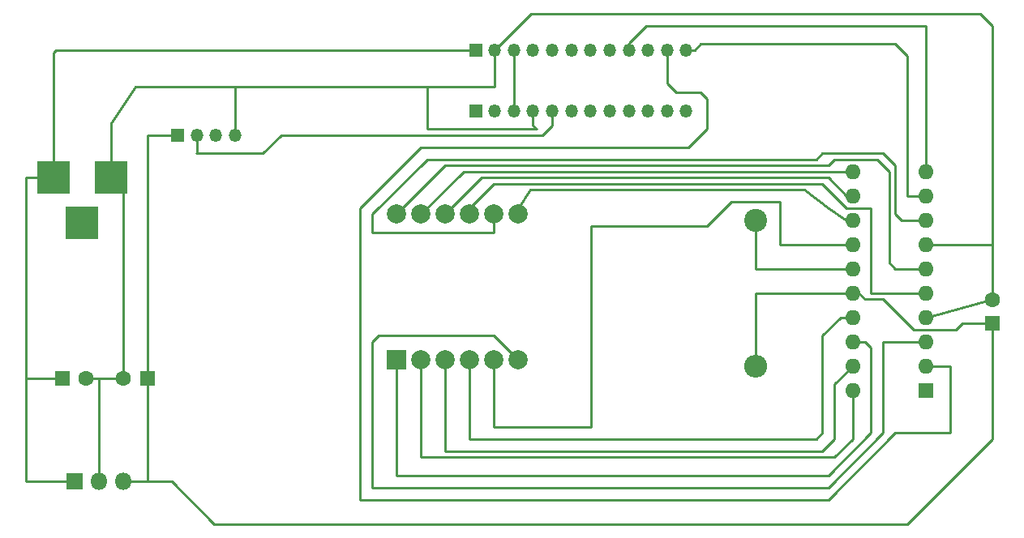
<source format=gbr>
G04 #@! TF.FileFunction,Copper,L1,Top,Signal*
%FSLAX46Y46*%
G04 Gerber Fmt 4.6, Leading zero omitted, Abs format (unit mm)*
G04 Created by KiCad (PCBNEW 4.0.7) date Fri Nov 23 17:56:45 2018*
%MOMM*%
%LPD*%
G01*
G04 APERTURE LIST*
%ADD10C,0.100000*%
%ADD11R,1.800000X1.800000*%
%ADD12O,1.800000X1.800000*%
%ADD13R,3.500000X3.500000*%
%ADD14R,2.032000X2.032000*%
%ADD15C,2.000000*%
%ADD16R,1.600000X1.600000*%
%ADD17C,1.600000*%
%ADD18C,2.400000*%
%ADD19O,2.400000X2.400000*%
%ADD20O,1.600000X1.600000*%
%ADD21R,1.350000X1.350000*%
%ADD22O,1.350000X1.350000*%
%ADD23C,0.250000*%
G04 APERTURE END LIST*
D10*
D11*
X127000000Y-120650000D03*
D12*
X129540000Y-120650000D03*
X132080000Y-120650000D03*
D13*
X130810000Y-88900000D03*
X124810000Y-88900000D03*
X127810000Y-93600000D03*
D14*
X160655000Y-107950000D03*
D15*
X163195000Y-107950000D03*
X165735000Y-107950000D03*
X168275000Y-107950000D03*
X170815000Y-107950000D03*
X173355000Y-107950000D03*
X168275000Y-92710000D03*
X170815000Y-92710000D03*
X160655000Y-92710000D03*
X163195000Y-92710000D03*
X173355000Y-92710000D03*
X165735000Y-92710000D03*
D16*
X125730000Y-109855000D03*
D17*
X128230000Y-109855000D03*
D16*
X222885000Y-104140000D03*
D17*
X222885000Y-101640000D03*
D16*
X134620000Y-109855000D03*
D17*
X132120000Y-109855000D03*
D18*
X198120000Y-93345000D03*
D19*
X198120000Y-108585000D03*
D16*
X215900000Y-111125000D03*
D20*
X208280000Y-88265000D03*
X215900000Y-108585000D03*
X208280000Y-90805000D03*
X215900000Y-106045000D03*
X208280000Y-93345000D03*
X215900000Y-103505000D03*
X208280000Y-95885000D03*
X215900000Y-100965000D03*
X208280000Y-98425000D03*
X215900000Y-98425000D03*
X208280000Y-100965000D03*
X215900000Y-95885000D03*
X208280000Y-103505000D03*
X215900000Y-93345000D03*
X208280000Y-106045000D03*
X215900000Y-90805000D03*
X208280000Y-108585000D03*
X215900000Y-88265000D03*
X208280000Y-111125000D03*
D21*
X168910000Y-81915000D03*
D22*
X170910000Y-81915000D03*
X172910000Y-81915000D03*
X174910000Y-81915000D03*
X176910000Y-81915000D03*
X178910000Y-81915000D03*
X180910000Y-81915000D03*
X182910000Y-81915000D03*
X184910000Y-81915000D03*
X186910000Y-81915000D03*
X188910000Y-81915000D03*
X190910000Y-81915000D03*
D21*
X168910000Y-75565000D03*
D22*
X170910000Y-75565000D03*
X172910000Y-75565000D03*
X174910000Y-75565000D03*
X176910000Y-75565000D03*
X178910000Y-75565000D03*
X180910000Y-75565000D03*
X182910000Y-75565000D03*
X184910000Y-75565000D03*
X186910000Y-75565000D03*
X188910000Y-75565000D03*
X190910000Y-75565000D03*
D21*
X137795000Y-84455000D03*
D22*
X139795000Y-84455000D03*
X141795000Y-84455000D03*
X143795000Y-84455000D03*
D23*
X121920000Y-109855000D02*
X121920000Y-88900000D01*
X121920000Y-88900000D02*
X124810000Y-88900000D01*
X127000000Y-120650000D02*
X121920000Y-120650000D01*
X121920000Y-109855000D02*
X125730000Y-109855000D01*
X121920000Y-120650000D02*
X121920000Y-109855000D01*
X124810000Y-88900000D02*
X124810000Y-75850000D01*
X125095000Y-75565000D02*
X168910000Y-75565000D01*
X124810000Y-75850000D02*
X125095000Y-75565000D01*
X163830000Y-79375000D02*
X163830000Y-83820000D01*
X174910000Y-83470000D02*
X174910000Y-81915000D01*
X175260000Y-83820000D02*
X174910000Y-83470000D01*
X163830000Y-83820000D02*
X175260000Y-83820000D01*
X222885000Y-95885000D02*
X222885000Y-73025000D01*
X174720000Y-71755000D02*
X170910000Y-75565000D01*
X221615000Y-71755000D02*
X174720000Y-71755000D01*
X222885000Y-73025000D02*
X221615000Y-71755000D01*
X170910000Y-75565000D02*
X170910000Y-79375000D01*
X170910000Y-79375000D02*
X170815000Y-79375000D01*
X222885000Y-101640000D02*
X222885000Y-95885000D01*
X222885000Y-95885000D02*
X215900000Y-95885000D01*
X215900000Y-103505000D02*
X222925000Y-101600000D01*
X222925000Y-101600000D02*
X222885000Y-101640000D01*
X174625000Y-81630000D02*
X174910000Y-81915000D01*
X143795000Y-84455000D02*
X143795000Y-79375000D01*
X143795000Y-79375000D02*
X144145000Y-79375000D01*
X130810000Y-83185000D02*
X133350000Y-79375000D01*
X158115000Y-79375000D02*
X161575000Y-79375000D01*
X144145000Y-79375000D02*
X158115000Y-79375000D01*
X161575000Y-79375000D02*
X163830000Y-79375000D01*
X163830000Y-79375000D02*
X170815000Y-79375000D01*
X133350000Y-79375000D02*
X144145000Y-79375000D01*
X130810000Y-83185000D02*
X130810000Y-88900000D01*
X174625000Y-81630000D02*
X174910000Y-81915000D01*
X170815000Y-75660000D02*
X170910000Y-75565000D01*
X132120000Y-109855000D02*
X132120000Y-90210000D01*
X132120000Y-90210000D02*
X130810000Y-88900000D01*
X129540000Y-109855000D02*
X132120000Y-109855000D01*
X129540000Y-120650000D02*
X129540000Y-109855000D01*
X129540000Y-109855000D02*
X128230000Y-109855000D01*
X222885000Y-104140000D02*
X219710000Y-104140000D01*
X209550000Y-101600000D02*
X208915000Y-100965000D01*
X211455000Y-101600000D02*
X209550000Y-101600000D01*
X214630000Y-104775000D02*
X211455000Y-101600000D01*
X219075000Y-104775000D02*
X214630000Y-104775000D01*
X219710000Y-104140000D02*
X219075000Y-104775000D01*
X208915000Y-100965000D02*
X208280000Y-100965000D01*
X222885000Y-104140000D02*
X222885000Y-116205000D01*
X134620000Y-120650000D02*
X137160000Y-120650000D01*
X137160000Y-120650000D02*
X141605000Y-125095000D01*
X141605000Y-125095000D02*
X213995000Y-125095000D01*
X213995000Y-125095000D02*
X222885000Y-116205000D01*
X222885000Y-104775000D02*
X222885000Y-104140000D01*
X134620000Y-109855000D02*
X134620000Y-84455000D01*
X134620000Y-84455000D02*
X137795000Y-84455000D01*
X132080000Y-120650000D02*
X134620000Y-120650000D01*
X134620000Y-120650000D02*
X134620000Y-109855000D01*
X198120000Y-108585000D02*
X198120000Y-100965000D01*
X198120000Y-100965000D02*
X208280000Y-100965000D01*
X172910000Y-81915000D02*
X172910000Y-75565000D01*
X176910000Y-81915000D02*
X176910000Y-83440000D01*
X139795000Y-86265000D02*
X139795000Y-84455000D01*
X139700000Y-86360000D02*
X139795000Y-86265000D01*
X146685000Y-86360000D02*
X139700000Y-86360000D01*
X148590000Y-84455000D02*
X146685000Y-86360000D01*
X175895000Y-84455000D02*
X148590000Y-84455000D01*
X176910000Y-83440000D02*
X175895000Y-84455000D01*
X177165000Y-82170000D02*
X176910000Y-81915000D01*
X215900000Y-88265000D02*
X215900000Y-73025000D01*
X184910000Y-74805000D02*
X184910000Y-75565000D01*
X186690000Y-73025000D02*
X184910000Y-74805000D01*
X215900000Y-73025000D02*
X186690000Y-73025000D01*
X188910000Y-75565000D02*
X188910000Y-79055000D01*
X218440000Y-108585000D02*
X215900000Y-108585000D01*
X218440000Y-115570000D02*
X218440000Y-108585000D01*
X212725000Y-115570000D02*
X218440000Y-115570000D01*
X205740000Y-122555000D02*
X212725000Y-115570000D01*
X170180000Y-122555000D02*
X205740000Y-122555000D01*
X156845000Y-122555000D02*
X170180000Y-122555000D01*
X156845000Y-92075000D02*
X156845000Y-122555000D01*
X163195000Y-85725000D02*
X156845000Y-92075000D01*
X191135000Y-85725000D02*
X163195000Y-85725000D01*
X193040000Y-83820000D02*
X191135000Y-85725000D01*
X193040000Y-80645000D02*
X193040000Y-83820000D01*
X192405000Y-80010000D02*
X193040000Y-80645000D01*
X189865000Y-80010000D02*
X192405000Y-80010000D01*
X188910000Y-79055000D02*
X189865000Y-80010000D01*
X215900000Y-90805000D02*
X213995000Y-90805000D01*
X191770000Y-75565000D02*
X190910000Y-75565000D01*
X192405000Y-74930000D02*
X191770000Y-75565000D01*
X212725000Y-74930000D02*
X192405000Y-74930000D01*
X213995000Y-76200000D02*
X212725000Y-74930000D01*
X213995000Y-90805000D02*
X213995000Y-76200000D01*
X198120000Y-93345000D02*
X198120000Y-98425000D01*
X198120000Y-98425000D02*
X208280000Y-98425000D01*
X215900000Y-106045000D02*
X211455000Y-106045000D01*
X170815000Y-105410000D02*
X173355000Y-107950000D01*
X158750000Y-105410000D02*
X170815000Y-105410000D01*
X158115000Y-106045000D02*
X158750000Y-105410000D01*
X158115000Y-121285000D02*
X158115000Y-106045000D01*
X205740000Y-121285000D02*
X158115000Y-121285000D01*
X211455000Y-115570000D02*
X205740000Y-121285000D01*
X211455000Y-106045000D02*
X211455000Y-115570000D01*
X168275000Y-92710000D02*
X168275000Y-92075000D01*
X168275000Y-92075000D02*
X170815000Y-89535000D01*
X170815000Y-89535000D02*
X205105000Y-89535000D01*
X205105000Y-89535000D02*
X207645000Y-92075000D01*
X207645000Y-92075000D02*
X210185000Y-92075000D01*
X210185000Y-92075000D02*
X210185000Y-100965000D01*
X210185000Y-100965000D02*
X215900000Y-100965000D01*
X206375000Y-86995000D02*
X205740000Y-87630000D01*
X205740000Y-87630000D02*
X165735000Y-87630000D01*
X215900000Y-98425000D02*
X212725000Y-98425000D01*
X165735000Y-87630000D02*
X160655000Y-92710000D01*
X210820000Y-86995000D02*
X206375000Y-86995000D01*
X212090000Y-88265000D02*
X210820000Y-86995000D01*
X212090000Y-97790000D02*
X212090000Y-88265000D01*
X212725000Y-98425000D02*
X212090000Y-97790000D01*
X215900000Y-93345000D02*
X213360000Y-93345000D01*
X170815000Y-94615000D02*
X170815000Y-92710000D01*
X158115000Y-94615000D02*
X170815000Y-94615000D01*
X158115000Y-92710000D02*
X158115000Y-94615000D01*
X163830000Y-86995000D02*
X158115000Y-92710000D01*
X204470000Y-86995000D02*
X163830000Y-86995000D01*
X205105000Y-86360000D02*
X204470000Y-86995000D01*
X211455000Y-86360000D02*
X205105000Y-86360000D01*
X212725000Y-87630000D02*
X211455000Y-86360000D01*
X212725000Y-92710000D02*
X212725000Y-87630000D01*
X213360000Y-93345000D02*
X212725000Y-92710000D01*
X208280000Y-88265000D02*
X167640000Y-88265000D01*
X167640000Y-88265000D02*
X163195000Y-92710000D01*
X208280000Y-90805000D02*
X207645000Y-90805000D01*
X207645000Y-90805000D02*
X205740000Y-88900000D01*
X205740000Y-88900000D02*
X169545000Y-88900000D01*
X169545000Y-88900000D02*
X165735000Y-92710000D01*
X207645000Y-93345000D02*
X205740000Y-92075000D01*
X174625000Y-90170000D02*
X173355000Y-92075000D01*
X203200000Y-90170000D02*
X174625000Y-90170000D01*
X205740000Y-92075000D02*
X203200000Y-90170000D01*
X173355000Y-92075000D02*
X173355000Y-92710000D01*
X180975000Y-93980000D02*
X180975000Y-114935000D01*
X170815000Y-114935000D02*
X170815000Y-107950000D01*
X180975000Y-114935000D02*
X170815000Y-114935000D01*
X208280000Y-95885000D02*
X200660000Y-95885000D01*
X193040000Y-93980000D02*
X180975000Y-93980000D01*
X195580000Y-91440000D02*
X193040000Y-93980000D01*
X200660000Y-91440000D02*
X195580000Y-91440000D01*
X200660000Y-95885000D02*
X200660000Y-91440000D01*
X208280000Y-103505000D02*
X207010000Y-103505000D01*
X168275000Y-116205000D02*
X168275000Y-107950000D01*
X204470000Y-116205000D02*
X168275000Y-116205000D01*
X205105000Y-115570000D02*
X204470000Y-116205000D01*
X205105000Y-105410000D02*
X205105000Y-115570000D01*
X207010000Y-103505000D02*
X205105000Y-105410000D01*
X208280000Y-106045000D02*
X209550000Y-106045000D01*
X160655000Y-120015000D02*
X160655000Y-107950000D01*
X205740000Y-120015000D02*
X160655000Y-120015000D01*
X210185000Y-115570000D02*
X205740000Y-120015000D01*
X210185000Y-106680000D02*
X210185000Y-115570000D01*
X209550000Y-106045000D02*
X210185000Y-106680000D01*
X208280000Y-108585000D02*
X206375000Y-110490000D01*
X165735000Y-117475000D02*
X165735000Y-107950000D01*
X205105000Y-117475000D02*
X165735000Y-117475000D01*
X206375000Y-116205000D02*
X205105000Y-117475000D01*
X206375000Y-110490000D02*
X206375000Y-116205000D01*
X208280000Y-111125000D02*
X208280000Y-116205000D01*
X163195000Y-118110000D02*
X163195000Y-107950000D01*
X206375000Y-118110000D02*
X163195000Y-118110000D01*
X208280000Y-116205000D02*
X206375000Y-118110000D01*
M02*

</source>
